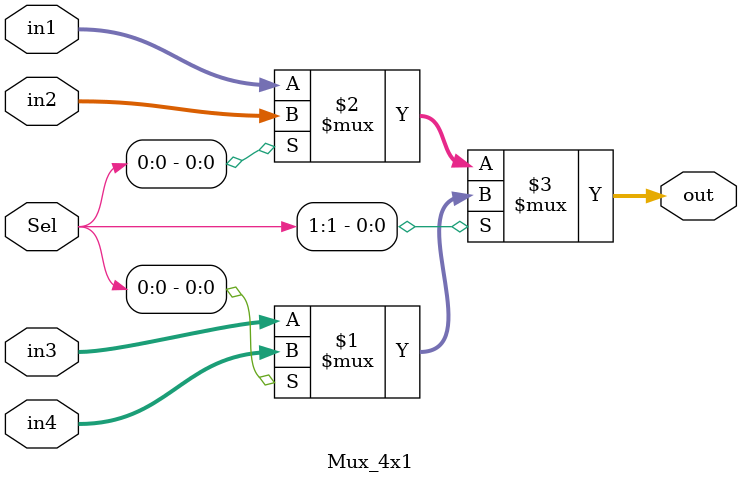
<source format=v>
`timescale 1ns / 1ps
module Mux_4x1 #(parameter N = 48)
(
    input [N-1:0]in1,in2,in3,in4,
    input [1:0]Sel,
    output [N-1:0]out
);

assign out = Sel[1]?(Sel[0]?in4:in3):(Sel[0]?in2:in1);

endmodule

</source>
